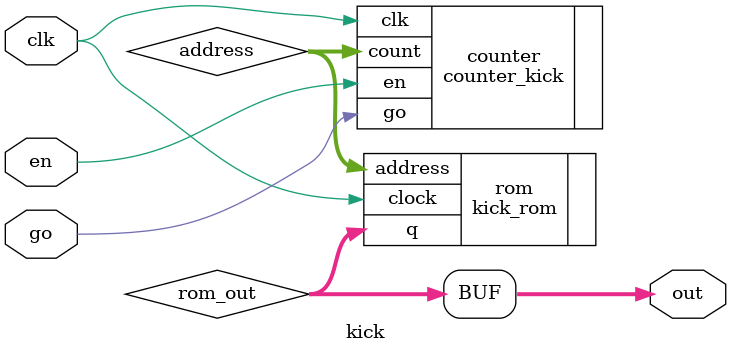
<source format=v>
module kick(out, clk, en, go);
	output [7:0] out;
	input clk, en, go;

	wire [15:0] address;
	wire [7:0] rom_out;

	// counter
	counter_kick counter(.count(address), .clk(clk), .en(en), .go(go));

	// rom
	kick_rom rom(.address(address), .clock(clk), .q(rom_out));	

	assign out = rom_out;

endmodule

</source>
